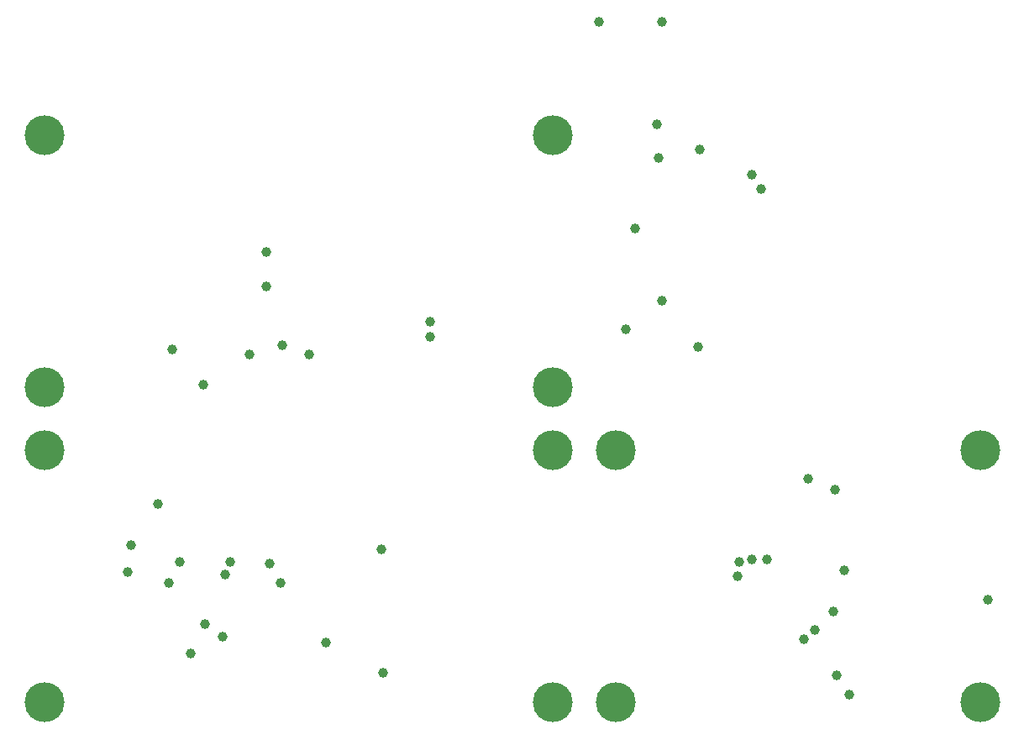
<source format=gbr>
G04 EAGLE Gerber RS-274X export*
G75*
%MOMM*%
%FSLAX34Y34*%
%LPD*%
%INVias*%
%IPPOS*%
%AMOC8*
5,1,8,0,0,1.08239X$1,22.5*%
G01*
%ADD10C,1.006400*%
%ADD11C,4.016000*%


D10*
X268288Y534988D03*
X234950Y525463D03*
X295275Y525463D03*
D11*
X28575Y746125D03*
X541338Y746125D03*
X28575Y492125D03*
X541338Y492125D03*
X28575Y428625D03*
X541338Y428625D03*
X28575Y174625D03*
X541338Y174625D03*
X604838Y428625D03*
X971550Y428625D03*
X604838Y174625D03*
X971550Y174625D03*
D10*
X188913Y495300D03*
X157163Y530225D03*
X417513Y542925D03*
X252413Y593725D03*
X215900Y315913D03*
X190500Y254000D03*
X176213Y223838D03*
X142875Y374650D03*
X165100Y315913D03*
X211138Y303213D03*
X112713Y306388D03*
X115888Y333375D03*
X153988Y295275D03*
X207963Y241300D03*
X369888Y204788D03*
X368300Y328613D03*
X266700Y295275D03*
X252413Y628650D03*
X417513Y558800D03*
X650875Y860425D03*
X587375Y860425D03*
X650875Y579438D03*
X647700Y723900D03*
X687388Y533400D03*
X741363Y706438D03*
X688975Y731838D03*
X750888Y692150D03*
X623888Y652463D03*
X646113Y757238D03*
X614363Y550863D03*
X255588Y314325D03*
X312738Y234950D03*
X741363Y319088D03*
X804863Y247650D03*
X728663Y315913D03*
X793750Y238125D03*
X839788Y182563D03*
X835025Y307975D03*
X757238Y319088D03*
X979488Y277813D03*
X825500Y388938D03*
X798513Y400050D03*
X727075Y301625D03*
X827088Y201613D03*
X823913Y266700D03*
M02*

</source>
